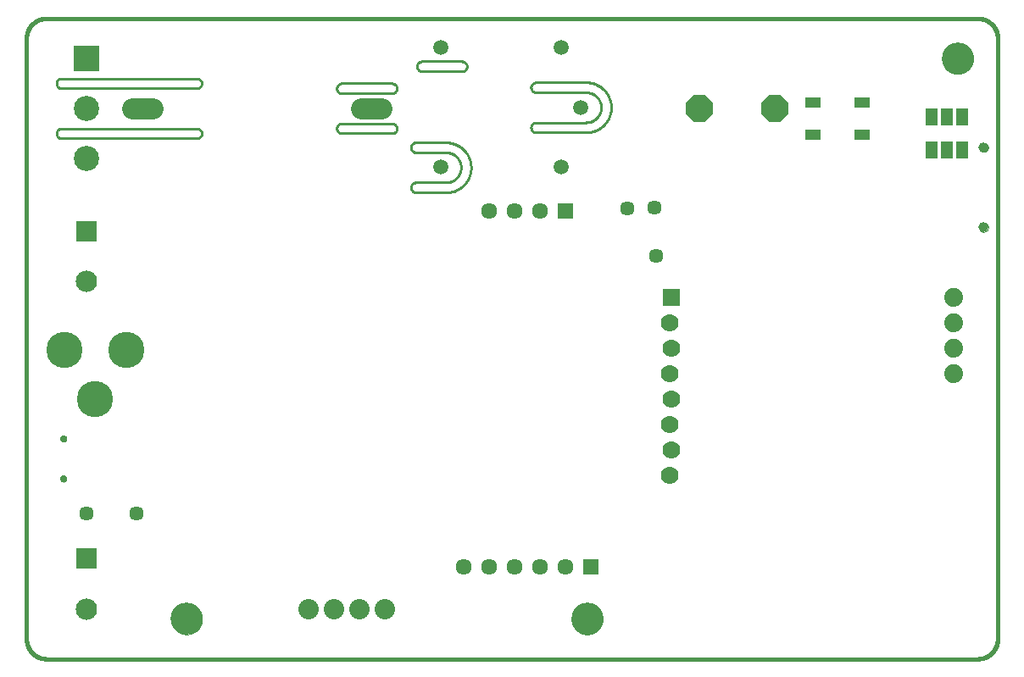
<source format=gbs>
G75*
%MOIN*%
%OFA0B0*%
%FSLAX25Y25*%
%IPPOS*%
%LPD*%
%AMOC8*
5,1,8,0,0,1.08239X$1,22.5*
%
%ADD10C,0.01600*%
%ADD11C,0.01000*%
%ADD12C,0.00000*%
%ADD13C,0.12605*%
%ADD14C,0.03900*%
%ADD15R,0.06306X0.04337*%
%ADD16C,0.02762*%
%ADD17C,0.08000*%
%ADD18OC8,0.10400*%
%ADD19C,0.07400*%
%ADD20R,0.06337X0.06337*%
%ADD21C,0.06337*%
%ADD22C,0.05943*%
%ADD23R,0.09900X0.09900*%
%ADD24C,0.09900*%
%ADD25C,0.08200*%
%ADD26C,0.14243*%
%ADD27R,0.07000X0.07000*%
%ADD28C,0.07000*%
%ADD29R,0.08400X0.08400*%
%ADD30C,0.08400*%
%ADD31R,0.05000X0.06700*%
%ADD32C,0.05715*%
D10*
X0016939Y0009674D02*
X0016939Y0245894D01*
X0016941Y0246084D01*
X0016948Y0246274D01*
X0016960Y0246464D01*
X0016976Y0246654D01*
X0016996Y0246843D01*
X0017022Y0247032D01*
X0017051Y0247220D01*
X0017086Y0247407D01*
X0017125Y0247593D01*
X0017168Y0247778D01*
X0017216Y0247963D01*
X0017268Y0248146D01*
X0017324Y0248327D01*
X0017385Y0248507D01*
X0017451Y0248686D01*
X0017520Y0248863D01*
X0017594Y0249039D01*
X0017672Y0249212D01*
X0017755Y0249384D01*
X0017841Y0249553D01*
X0017931Y0249721D01*
X0018026Y0249886D01*
X0018124Y0250049D01*
X0018227Y0250209D01*
X0018333Y0250367D01*
X0018443Y0250522D01*
X0018556Y0250675D01*
X0018674Y0250825D01*
X0018795Y0250971D01*
X0018919Y0251115D01*
X0019047Y0251256D01*
X0019178Y0251394D01*
X0019313Y0251529D01*
X0019451Y0251660D01*
X0019592Y0251788D01*
X0019736Y0251912D01*
X0019882Y0252033D01*
X0020032Y0252151D01*
X0020185Y0252264D01*
X0020340Y0252374D01*
X0020498Y0252480D01*
X0020658Y0252583D01*
X0020821Y0252681D01*
X0020986Y0252776D01*
X0021154Y0252866D01*
X0021323Y0252952D01*
X0021495Y0253035D01*
X0021668Y0253113D01*
X0021844Y0253187D01*
X0022021Y0253256D01*
X0022200Y0253322D01*
X0022380Y0253383D01*
X0022561Y0253439D01*
X0022744Y0253491D01*
X0022929Y0253539D01*
X0023114Y0253582D01*
X0023300Y0253621D01*
X0023487Y0253656D01*
X0023675Y0253685D01*
X0023864Y0253711D01*
X0024053Y0253731D01*
X0024243Y0253747D01*
X0024433Y0253759D01*
X0024623Y0253766D01*
X0024813Y0253768D01*
X0024813Y0253769D02*
X0390955Y0253769D01*
X0390955Y0253768D02*
X0391145Y0253766D01*
X0391335Y0253759D01*
X0391525Y0253747D01*
X0391715Y0253731D01*
X0391904Y0253711D01*
X0392093Y0253685D01*
X0392281Y0253656D01*
X0392468Y0253621D01*
X0392654Y0253582D01*
X0392839Y0253539D01*
X0393024Y0253491D01*
X0393207Y0253439D01*
X0393388Y0253383D01*
X0393568Y0253322D01*
X0393747Y0253256D01*
X0393924Y0253187D01*
X0394100Y0253113D01*
X0394273Y0253035D01*
X0394445Y0252952D01*
X0394614Y0252866D01*
X0394782Y0252776D01*
X0394947Y0252681D01*
X0395110Y0252583D01*
X0395270Y0252480D01*
X0395428Y0252374D01*
X0395583Y0252264D01*
X0395736Y0252151D01*
X0395886Y0252033D01*
X0396032Y0251912D01*
X0396176Y0251788D01*
X0396317Y0251660D01*
X0396455Y0251529D01*
X0396590Y0251394D01*
X0396721Y0251256D01*
X0396849Y0251115D01*
X0396973Y0250971D01*
X0397094Y0250825D01*
X0397212Y0250675D01*
X0397325Y0250522D01*
X0397435Y0250367D01*
X0397541Y0250209D01*
X0397644Y0250049D01*
X0397742Y0249886D01*
X0397837Y0249721D01*
X0397927Y0249553D01*
X0398013Y0249384D01*
X0398096Y0249212D01*
X0398174Y0249039D01*
X0398248Y0248863D01*
X0398317Y0248686D01*
X0398383Y0248507D01*
X0398444Y0248327D01*
X0398500Y0248146D01*
X0398552Y0247963D01*
X0398600Y0247778D01*
X0398643Y0247593D01*
X0398682Y0247407D01*
X0398717Y0247220D01*
X0398746Y0247032D01*
X0398772Y0246843D01*
X0398792Y0246654D01*
X0398808Y0246464D01*
X0398820Y0246274D01*
X0398827Y0246084D01*
X0398829Y0245894D01*
X0398829Y0009674D01*
X0398827Y0009484D01*
X0398820Y0009294D01*
X0398808Y0009104D01*
X0398792Y0008914D01*
X0398772Y0008725D01*
X0398746Y0008536D01*
X0398717Y0008348D01*
X0398682Y0008161D01*
X0398643Y0007975D01*
X0398600Y0007790D01*
X0398552Y0007605D01*
X0398500Y0007422D01*
X0398444Y0007241D01*
X0398383Y0007061D01*
X0398317Y0006882D01*
X0398248Y0006705D01*
X0398174Y0006529D01*
X0398096Y0006356D01*
X0398013Y0006184D01*
X0397927Y0006015D01*
X0397837Y0005847D01*
X0397742Y0005682D01*
X0397644Y0005519D01*
X0397541Y0005359D01*
X0397435Y0005201D01*
X0397325Y0005046D01*
X0397212Y0004893D01*
X0397094Y0004743D01*
X0396973Y0004597D01*
X0396849Y0004453D01*
X0396721Y0004312D01*
X0396590Y0004174D01*
X0396455Y0004039D01*
X0396317Y0003908D01*
X0396176Y0003780D01*
X0396032Y0003656D01*
X0395886Y0003535D01*
X0395736Y0003417D01*
X0395583Y0003304D01*
X0395428Y0003194D01*
X0395270Y0003088D01*
X0395110Y0002985D01*
X0394947Y0002887D01*
X0394782Y0002792D01*
X0394614Y0002702D01*
X0394445Y0002616D01*
X0394273Y0002533D01*
X0394100Y0002455D01*
X0393924Y0002381D01*
X0393747Y0002312D01*
X0393568Y0002246D01*
X0393388Y0002185D01*
X0393207Y0002129D01*
X0393024Y0002077D01*
X0392839Y0002029D01*
X0392654Y0001986D01*
X0392468Y0001947D01*
X0392281Y0001912D01*
X0392093Y0001883D01*
X0391904Y0001857D01*
X0391715Y0001837D01*
X0391525Y0001821D01*
X0391335Y0001809D01*
X0391145Y0001802D01*
X0390955Y0001800D01*
X0024813Y0001800D01*
X0024623Y0001802D01*
X0024433Y0001809D01*
X0024243Y0001821D01*
X0024053Y0001837D01*
X0023864Y0001857D01*
X0023675Y0001883D01*
X0023487Y0001912D01*
X0023300Y0001947D01*
X0023114Y0001986D01*
X0022929Y0002029D01*
X0022744Y0002077D01*
X0022561Y0002129D01*
X0022380Y0002185D01*
X0022200Y0002246D01*
X0022021Y0002312D01*
X0021844Y0002381D01*
X0021668Y0002455D01*
X0021495Y0002533D01*
X0021323Y0002616D01*
X0021154Y0002702D01*
X0020986Y0002792D01*
X0020821Y0002887D01*
X0020658Y0002985D01*
X0020498Y0003088D01*
X0020340Y0003194D01*
X0020185Y0003304D01*
X0020032Y0003417D01*
X0019882Y0003535D01*
X0019736Y0003656D01*
X0019592Y0003780D01*
X0019451Y0003908D01*
X0019313Y0004039D01*
X0019178Y0004174D01*
X0019047Y0004312D01*
X0018919Y0004453D01*
X0018795Y0004597D01*
X0018674Y0004743D01*
X0018556Y0004893D01*
X0018443Y0005046D01*
X0018333Y0005201D01*
X0018227Y0005359D01*
X0018124Y0005519D01*
X0018026Y0005682D01*
X0017931Y0005847D01*
X0017841Y0006015D01*
X0017755Y0006184D01*
X0017672Y0006356D01*
X0017594Y0006529D01*
X0017520Y0006705D01*
X0017451Y0006882D01*
X0017385Y0007061D01*
X0017324Y0007241D01*
X0017268Y0007422D01*
X0017216Y0007605D01*
X0017168Y0007790D01*
X0017125Y0007975D01*
X0017086Y0008161D01*
X0017051Y0008348D01*
X0017022Y0008536D01*
X0016996Y0008725D01*
X0016976Y0008914D01*
X0016960Y0009104D01*
X0016948Y0009294D01*
X0016941Y0009484D01*
X0016939Y0009674D01*
D11*
X0170089Y0185265D02*
X0181900Y0185265D01*
X0181900Y0189202D02*
X0170089Y0189202D01*
X0168120Y0187233D02*
X0168122Y0187147D01*
X0168127Y0187061D01*
X0168137Y0186976D01*
X0168150Y0186891D01*
X0168167Y0186807D01*
X0168187Y0186723D01*
X0168211Y0186641D01*
X0168239Y0186560D01*
X0168270Y0186479D01*
X0168304Y0186401D01*
X0168342Y0186324D01*
X0168384Y0186249D01*
X0168428Y0186175D01*
X0168476Y0186104D01*
X0168527Y0186034D01*
X0168581Y0185967D01*
X0168637Y0185903D01*
X0168697Y0185841D01*
X0168759Y0185781D01*
X0168823Y0185725D01*
X0168890Y0185671D01*
X0168960Y0185620D01*
X0169031Y0185572D01*
X0169105Y0185528D01*
X0169180Y0185486D01*
X0169257Y0185448D01*
X0169335Y0185414D01*
X0169416Y0185383D01*
X0169497Y0185355D01*
X0169579Y0185331D01*
X0169663Y0185311D01*
X0169747Y0185294D01*
X0169832Y0185281D01*
X0169917Y0185271D01*
X0170003Y0185266D01*
X0170089Y0185264D01*
X0168120Y0187233D02*
X0168122Y0187319D01*
X0168127Y0187405D01*
X0168137Y0187490D01*
X0168150Y0187575D01*
X0168167Y0187659D01*
X0168187Y0187743D01*
X0168211Y0187825D01*
X0168239Y0187906D01*
X0168270Y0187987D01*
X0168304Y0188065D01*
X0168342Y0188142D01*
X0168384Y0188218D01*
X0168428Y0188291D01*
X0168476Y0188362D01*
X0168527Y0188432D01*
X0168581Y0188499D01*
X0168637Y0188563D01*
X0168697Y0188625D01*
X0168759Y0188685D01*
X0168823Y0188741D01*
X0168890Y0188795D01*
X0168960Y0188846D01*
X0169031Y0188894D01*
X0169105Y0188938D01*
X0169180Y0188980D01*
X0169257Y0189018D01*
X0169335Y0189052D01*
X0169416Y0189083D01*
X0169497Y0189111D01*
X0169579Y0189135D01*
X0169663Y0189155D01*
X0169747Y0189172D01*
X0169832Y0189185D01*
X0169917Y0189195D01*
X0170003Y0189200D01*
X0170089Y0189202D01*
X0181900Y0204950D02*
X0182138Y0204947D01*
X0182376Y0204939D01*
X0182613Y0204924D01*
X0182850Y0204904D01*
X0183086Y0204878D01*
X0183322Y0204847D01*
X0183557Y0204810D01*
X0183791Y0204767D01*
X0184024Y0204718D01*
X0184256Y0204664D01*
X0184486Y0204604D01*
X0184715Y0204539D01*
X0184942Y0204468D01*
X0185167Y0204392D01*
X0185390Y0204310D01*
X0185612Y0204223D01*
X0185831Y0204131D01*
X0186048Y0204033D01*
X0186262Y0203931D01*
X0186474Y0203823D01*
X0186684Y0203709D01*
X0186890Y0203591D01*
X0187094Y0203468D01*
X0187294Y0203340D01*
X0187491Y0203208D01*
X0187686Y0203070D01*
X0187876Y0202928D01*
X0188064Y0202781D01*
X0188247Y0202630D01*
X0188427Y0202475D01*
X0188603Y0202315D01*
X0188775Y0202151D01*
X0188944Y0201982D01*
X0189108Y0201810D01*
X0189268Y0201634D01*
X0189423Y0201454D01*
X0189574Y0201271D01*
X0189721Y0201083D01*
X0189863Y0200893D01*
X0190001Y0200698D01*
X0190133Y0200501D01*
X0190261Y0200301D01*
X0190384Y0200097D01*
X0190502Y0199891D01*
X0190616Y0199681D01*
X0190724Y0199469D01*
X0190826Y0199255D01*
X0190924Y0199038D01*
X0191016Y0198819D01*
X0191103Y0198597D01*
X0191185Y0198374D01*
X0191261Y0198149D01*
X0191332Y0197922D01*
X0191397Y0197693D01*
X0191457Y0197463D01*
X0191511Y0197231D01*
X0191560Y0196998D01*
X0191603Y0196764D01*
X0191640Y0196529D01*
X0191671Y0196293D01*
X0191697Y0196057D01*
X0191717Y0195820D01*
X0191732Y0195583D01*
X0191740Y0195345D01*
X0191743Y0195107D01*
X0191740Y0194869D01*
X0191732Y0194631D01*
X0191717Y0194394D01*
X0191697Y0194157D01*
X0191671Y0193921D01*
X0191640Y0193685D01*
X0191603Y0193450D01*
X0191560Y0193216D01*
X0191511Y0192983D01*
X0191457Y0192751D01*
X0191397Y0192521D01*
X0191332Y0192292D01*
X0191261Y0192065D01*
X0191185Y0191840D01*
X0191103Y0191617D01*
X0191016Y0191395D01*
X0190924Y0191176D01*
X0190826Y0190959D01*
X0190724Y0190745D01*
X0190616Y0190533D01*
X0190502Y0190323D01*
X0190384Y0190117D01*
X0190261Y0189913D01*
X0190133Y0189713D01*
X0190001Y0189516D01*
X0189863Y0189321D01*
X0189721Y0189131D01*
X0189574Y0188943D01*
X0189423Y0188760D01*
X0189268Y0188580D01*
X0189108Y0188404D01*
X0188944Y0188232D01*
X0188775Y0188063D01*
X0188603Y0187899D01*
X0188427Y0187739D01*
X0188247Y0187584D01*
X0188064Y0187433D01*
X0187876Y0187286D01*
X0187686Y0187144D01*
X0187491Y0187006D01*
X0187294Y0186874D01*
X0187094Y0186746D01*
X0186890Y0186623D01*
X0186684Y0186505D01*
X0186474Y0186391D01*
X0186262Y0186283D01*
X0186048Y0186181D01*
X0185831Y0186083D01*
X0185612Y0185991D01*
X0185390Y0185904D01*
X0185167Y0185822D01*
X0184942Y0185746D01*
X0184715Y0185675D01*
X0184486Y0185610D01*
X0184256Y0185550D01*
X0184024Y0185496D01*
X0183791Y0185447D01*
X0183557Y0185404D01*
X0183322Y0185367D01*
X0183086Y0185336D01*
X0182850Y0185310D01*
X0182613Y0185290D01*
X0182376Y0185275D01*
X0182138Y0185267D01*
X0181900Y0185264D01*
X0181900Y0189201D02*
X0182052Y0189203D01*
X0182204Y0189209D01*
X0182356Y0189219D01*
X0182507Y0189232D01*
X0182658Y0189250D01*
X0182809Y0189271D01*
X0182959Y0189297D01*
X0183108Y0189326D01*
X0183257Y0189359D01*
X0183404Y0189396D01*
X0183551Y0189436D01*
X0183696Y0189481D01*
X0183840Y0189529D01*
X0183983Y0189581D01*
X0184125Y0189636D01*
X0184265Y0189695D01*
X0184404Y0189758D01*
X0184541Y0189824D01*
X0184676Y0189894D01*
X0184809Y0189967D01*
X0184940Y0190044D01*
X0185070Y0190124D01*
X0185197Y0190207D01*
X0185322Y0190293D01*
X0185445Y0190383D01*
X0185565Y0190476D01*
X0185683Y0190572D01*
X0185799Y0190671D01*
X0185912Y0190773D01*
X0186022Y0190877D01*
X0186130Y0190985D01*
X0186234Y0191095D01*
X0186336Y0191208D01*
X0186435Y0191324D01*
X0186531Y0191442D01*
X0186624Y0191562D01*
X0186714Y0191685D01*
X0186800Y0191810D01*
X0186883Y0191937D01*
X0186963Y0192067D01*
X0187040Y0192198D01*
X0187113Y0192331D01*
X0187183Y0192466D01*
X0187249Y0192603D01*
X0187312Y0192742D01*
X0187371Y0192882D01*
X0187426Y0193024D01*
X0187478Y0193167D01*
X0187526Y0193311D01*
X0187571Y0193456D01*
X0187611Y0193603D01*
X0187648Y0193750D01*
X0187681Y0193899D01*
X0187710Y0194048D01*
X0187736Y0194198D01*
X0187757Y0194349D01*
X0187775Y0194500D01*
X0187788Y0194651D01*
X0187798Y0194803D01*
X0187804Y0194955D01*
X0187806Y0195107D01*
X0187804Y0195259D01*
X0187798Y0195411D01*
X0187788Y0195563D01*
X0187775Y0195714D01*
X0187757Y0195865D01*
X0187736Y0196016D01*
X0187710Y0196166D01*
X0187681Y0196315D01*
X0187648Y0196464D01*
X0187611Y0196611D01*
X0187571Y0196758D01*
X0187526Y0196903D01*
X0187478Y0197047D01*
X0187426Y0197190D01*
X0187371Y0197332D01*
X0187312Y0197472D01*
X0187249Y0197611D01*
X0187183Y0197748D01*
X0187113Y0197883D01*
X0187040Y0198016D01*
X0186963Y0198147D01*
X0186883Y0198277D01*
X0186800Y0198404D01*
X0186714Y0198529D01*
X0186624Y0198652D01*
X0186531Y0198772D01*
X0186435Y0198890D01*
X0186336Y0199006D01*
X0186234Y0199119D01*
X0186130Y0199229D01*
X0186022Y0199337D01*
X0185912Y0199441D01*
X0185799Y0199543D01*
X0185683Y0199642D01*
X0185565Y0199738D01*
X0185445Y0199831D01*
X0185322Y0199921D01*
X0185197Y0200007D01*
X0185070Y0200090D01*
X0184940Y0200170D01*
X0184809Y0200247D01*
X0184676Y0200320D01*
X0184541Y0200390D01*
X0184404Y0200456D01*
X0184265Y0200519D01*
X0184125Y0200578D01*
X0183983Y0200633D01*
X0183840Y0200685D01*
X0183696Y0200733D01*
X0183551Y0200778D01*
X0183404Y0200818D01*
X0183257Y0200855D01*
X0183108Y0200888D01*
X0182959Y0200917D01*
X0182809Y0200943D01*
X0182658Y0200964D01*
X0182507Y0200982D01*
X0182356Y0200995D01*
X0182204Y0201005D01*
X0182052Y0201011D01*
X0181900Y0201013D01*
X0170089Y0201013D01*
X0168120Y0202981D02*
X0168122Y0203067D01*
X0168127Y0203153D01*
X0168137Y0203238D01*
X0168150Y0203323D01*
X0168167Y0203407D01*
X0168187Y0203491D01*
X0168211Y0203573D01*
X0168239Y0203654D01*
X0168270Y0203735D01*
X0168304Y0203813D01*
X0168342Y0203890D01*
X0168384Y0203966D01*
X0168428Y0204039D01*
X0168476Y0204110D01*
X0168527Y0204180D01*
X0168581Y0204247D01*
X0168637Y0204311D01*
X0168697Y0204373D01*
X0168759Y0204433D01*
X0168823Y0204489D01*
X0168890Y0204543D01*
X0168960Y0204594D01*
X0169031Y0204642D01*
X0169105Y0204686D01*
X0169180Y0204728D01*
X0169257Y0204766D01*
X0169335Y0204800D01*
X0169416Y0204831D01*
X0169497Y0204859D01*
X0169579Y0204883D01*
X0169663Y0204903D01*
X0169747Y0204920D01*
X0169832Y0204933D01*
X0169917Y0204943D01*
X0170003Y0204948D01*
X0170089Y0204950D01*
X0181900Y0204950D01*
X0170089Y0201012D02*
X0170003Y0201014D01*
X0169917Y0201019D01*
X0169832Y0201029D01*
X0169747Y0201042D01*
X0169663Y0201059D01*
X0169579Y0201079D01*
X0169497Y0201103D01*
X0169416Y0201131D01*
X0169335Y0201162D01*
X0169257Y0201196D01*
X0169180Y0201234D01*
X0169105Y0201276D01*
X0169031Y0201320D01*
X0168960Y0201368D01*
X0168890Y0201419D01*
X0168823Y0201473D01*
X0168759Y0201529D01*
X0168697Y0201589D01*
X0168637Y0201651D01*
X0168581Y0201715D01*
X0168527Y0201782D01*
X0168476Y0201852D01*
X0168428Y0201923D01*
X0168384Y0201997D01*
X0168342Y0202072D01*
X0168304Y0202149D01*
X0168270Y0202227D01*
X0168239Y0202308D01*
X0168211Y0202389D01*
X0168187Y0202471D01*
X0168167Y0202555D01*
X0168150Y0202639D01*
X0168137Y0202724D01*
X0168127Y0202809D01*
X0168122Y0202895D01*
X0168120Y0202981D01*
X0160640Y0208493D02*
X0140955Y0208493D01*
X0138986Y0210461D02*
X0138988Y0210547D01*
X0138993Y0210633D01*
X0139003Y0210718D01*
X0139016Y0210803D01*
X0139033Y0210887D01*
X0139053Y0210971D01*
X0139077Y0211053D01*
X0139105Y0211134D01*
X0139136Y0211215D01*
X0139170Y0211293D01*
X0139208Y0211370D01*
X0139250Y0211446D01*
X0139294Y0211519D01*
X0139342Y0211590D01*
X0139393Y0211660D01*
X0139447Y0211727D01*
X0139503Y0211791D01*
X0139563Y0211853D01*
X0139625Y0211913D01*
X0139689Y0211969D01*
X0139756Y0212023D01*
X0139826Y0212074D01*
X0139897Y0212122D01*
X0139971Y0212166D01*
X0140046Y0212208D01*
X0140123Y0212246D01*
X0140201Y0212280D01*
X0140282Y0212311D01*
X0140363Y0212339D01*
X0140445Y0212363D01*
X0140529Y0212383D01*
X0140613Y0212400D01*
X0140698Y0212413D01*
X0140783Y0212423D01*
X0140869Y0212428D01*
X0140955Y0212430D01*
X0160640Y0212430D01*
X0160726Y0212428D01*
X0160812Y0212423D01*
X0160897Y0212413D01*
X0160982Y0212400D01*
X0161066Y0212383D01*
X0161150Y0212363D01*
X0161232Y0212339D01*
X0161313Y0212311D01*
X0161394Y0212280D01*
X0161472Y0212246D01*
X0161549Y0212208D01*
X0161625Y0212166D01*
X0161698Y0212122D01*
X0161769Y0212074D01*
X0161839Y0212023D01*
X0161906Y0211969D01*
X0161970Y0211913D01*
X0162032Y0211853D01*
X0162092Y0211791D01*
X0162148Y0211727D01*
X0162202Y0211660D01*
X0162253Y0211590D01*
X0162301Y0211519D01*
X0162345Y0211446D01*
X0162387Y0211370D01*
X0162425Y0211293D01*
X0162459Y0211215D01*
X0162490Y0211134D01*
X0162518Y0211053D01*
X0162542Y0210971D01*
X0162562Y0210887D01*
X0162579Y0210803D01*
X0162592Y0210718D01*
X0162602Y0210633D01*
X0162607Y0210547D01*
X0162609Y0210461D01*
X0162607Y0210375D01*
X0162602Y0210289D01*
X0162592Y0210204D01*
X0162579Y0210119D01*
X0162562Y0210035D01*
X0162542Y0209951D01*
X0162518Y0209869D01*
X0162490Y0209788D01*
X0162459Y0209707D01*
X0162425Y0209629D01*
X0162387Y0209552D01*
X0162345Y0209477D01*
X0162301Y0209403D01*
X0162253Y0209332D01*
X0162202Y0209262D01*
X0162148Y0209195D01*
X0162092Y0209131D01*
X0162032Y0209069D01*
X0161970Y0209009D01*
X0161906Y0208953D01*
X0161839Y0208899D01*
X0161769Y0208848D01*
X0161698Y0208800D01*
X0161625Y0208756D01*
X0161549Y0208714D01*
X0161472Y0208676D01*
X0161394Y0208642D01*
X0161313Y0208611D01*
X0161232Y0208583D01*
X0161150Y0208559D01*
X0161066Y0208539D01*
X0160982Y0208522D01*
X0160897Y0208509D01*
X0160812Y0208499D01*
X0160726Y0208494D01*
X0160640Y0208492D01*
X0140955Y0208492D02*
X0140869Y0208494D01*
X0140783Y0208499D01*
X0140698Y0208509D01*
X0140613Y0208522D01*
X0140529Y0208539D01*
X0140445Y0208559D01*
X0140363Y0208583D01*
X0140282Y0208611D01*
X0140201Y0208642D01*
X0140123Y0208676D01*
X0140046Y0208714D01*
X0139971Y0208756D01*
X0139897Y0208800D01*
X0139826Y0208848D01*
X0139756Y0208899D01*
X0139689Y0208953D01*
X0139625Y0209009D01*
X0139563Y0209069D01*
X0139503Y0209131D01*
X0139447Y0209195D01*
X0139393Y0209262D01*
X0139342Y0209332D01*
X0139294Y0209403D01*
X0139250Y0209477D01*
X0139208Y0209552D01*
X0139170Y0209629D01*
X0139136Y0209707D01*
X0139105Y0209788D01*
X0139077Y0209869D01*
X0139053Y0209951D01*
X0139033Y0210035D01*
X0139016Y0210119D01*
X0139003Y0210204D01*
X0138993Y0210289D01*
X0138988Y0210375D01*
X0138986Y0210461D01*
X0140955Y0224241D02*
X0160640Y0224241D01*
X0162609Y0226209D02*
X0162607Y0226295D01*
X0162602Y0226381D01*
X0162592Y0226466D01*
X0162579Y0226551D01*
X0162562Y0226635D01*
X0162542Y0226719D01*
X0162518Y0226801D01*
X0162490Y0226882D01*
X0162459Y0226963D01*
X0162425Y0227041D01*
X0162387Y0227118D01*
X0162345Y0227194D01*
X0162301Y0227267D01*
X0162253Y0227338D01*
X0162202Y0227408D01*
X0162148Y0227475D01*
X0162092Y0227539D01*
X0162032Y0227601D01*
X0161970Y0227661D01*
X0161906Y0227717D01*
X0161839Y0227771D01*
X0161769Y0227822D01*
X0161698Y0227870D01*
X0161625Y0227914D01*
X0161549Y0227956D01*
X0161472Y0227994D01*
X0161394Y0228028D01*
X0161313Y0228059D01*
X0161232Y0228087D01*
X0161150Y0228111D01*
X0161066Y0228131D01*
X0160982Y0228148D01*
X0160897Y0228161D01*
X0160812Y0228171D01*
X0160726Y0228176D01*
X0160640Y0228178D01*
X0140955Y0228178D01*
X0140869Y0228176D01*
X0140783Y0228171D01*
X0140698Y0228161D01*
X0140613Y0228148D01*
X0140529Y0228131D01*
X0140445Y0228111D01*
X0140363Y0228087D01*
X0140282Y0228059D01*
X0140201Y0228028D01*
X0140123Y0227994D01*
X0140046Y0227956D01*
X0139971Y0227914D01*
X0139897Y0227870D01*
X0139826Y0227822D01*
X0139756Y0227771D01*
X0139689Y0227717D01*
X0139625Y0227661D01*
X0139563Y0227601D01*
X0139503Y0227539D01*
X0139447Y0227475D01*
X0139393Y0227408D01*
X0139342Y0227338D01*
X0139294Y0227267D01*
X0139250Y0227194D01*
X0139208Y0227118D01*
X0139170Y0227041D01*
X0139136Y0226963D01*
X0139105Y0226882D01*
X0139077Y0226801D01*
X0139053Y0226719D01*
X0139033Y0226635D01*
X0139016Y0226551D01*
X0139003Y0226466D01*
X0138993Y0226381D01*
X0138988Y0226295D01*
X0138986Y0226209D01*
X0138988Y0226123D01*
X0138993Y0226037D01*
X0139003Y0225952D01*
X0139016Y0225867D01*
X0139033Y0225783D01*
X0139053Y0225699D01*
X0139077Y0225617D01*
X0139105Y0225536D01*
X0139136Y0225455D01*
X0139170Y0225377D01*
X0139208Y0225300D01*
X0139250Y0225225D01*
X0139294Y0225151D01*
X0139342Y0225080D01*
X0139393Y0225010D01*
X0139447Y0224943D01*
X0139503Y0224879D01*
X0139563Y0224817D01*
X0139625Y0224757D01*
X0139689Y0224701D01*
X0139756Y0224647D01*
X0139826Y0224596D01*
X0139897Y0224548D01*
X0139971Y0224504D01*
X0140046Y0224462D01*
X0140123Y0224424D01*
X0140201Y0224390D01*
X0140282Y0224359D01*
X0140363Y0224331D01*
X0140445Y0224307D01*
X0140529Y0224287D01*
X0140613Y0224270D01*
X0140698Y0224257D01*
X0140783Y0224247D01*
X0140869Y0224242D01*
X0140955Y0224240D01*
X0160640Y0224240D02*
X0160726Y0224242D01*
X0160812Y0224247D01*
X0160897Y0224257D01*
X0160982Y0224270D01*
X0161066Y0224287D01*
X0161150Y0224307D01*
X0161232Y0224331D01*
X0161313Y0224359D01*
X0161394Y0224390D01*
X0161472Y0224424D01*
X0161549Y0224462D01*
X0161625Y0224504D01*
X0161698Y0224548D01*
X0161769Y0224596D01*
X0161839Y0224647D01*
X0161906Y0224701D01*
X0161970Y0224757D01*
X0162032Y0224817D01*
X0162092Y0224879D01*
X0162148Y0224943D01*
X0162202Y0225010D01*
X0162253Y0225080D01*
X0162301Y0225151D01*
X0162345Y0225225D01*
X0162387Y0225300D01*
X0162425Y0225377D01*
X0162459Y0225455D01*
X0162490Y0225536D01*
X0162518Y0225617D01*
X0162542Y0225699D01*
X0162562Y0225783D01*
X0162579Y0225867D01*
X0162592Y0225952D01*
X0162602Y0226037D01*
X0162607Y0226123D01*
X0162609Y0226209D01*
X0172451Y0232902D02*
X0188199Y0232902D01*
X0190168Y0234871D02*
X0190166Y0234957D01*
X0190161Y0235043D01*
X0190151Y0235128D01*
X0190138Y0235213D01*
X0190121Y0235297D01*
X0190101Y0235381D01*
X0190077Y0235463D01*
X0190049Y0235544D01*
X0190018Y0235625D01*
X0189984Y0235703D01*
X0189946Y0235780D01*
X0189904Y0235856D01*
X0189860Y0235929D01*
X0189812Y0236000D01*
X0189761Y0236070D01*
X0189707Y0236137D01*
X0189651Y0236201D01*
X0189591Y0236263D01*
X0189529Y0236323D01*
X0189465Y0236379D01*
X0189398Y0236433D01*
X0189328Y0236484D01*
X0189257Y0236532D01*
X0189184Y0236576D01*
X0189108Y0236618D01*
X0189031Y0236656D01*
X0188953Y0236690D01*
X0188872Y0236721D01*
X0188791Y0236749D01*
X0188709Y0236773D01*
X0188625Y0236793D01*
X0188541Y0236810D01*
X0188456Y0236823D01*
X0188371Y0236833D01*
X0188285Y0236838D01*
X0188199Y0236840D01*
X0188199Y0236839D02*
X0172451Y0236839D01*
X0172451Y0236840D02*
X0172365Y0236838D01*
X0172279Y0236833D01*
X0172194Y0236823D01*
X0172109Y0236810D01*
X0172025Y0236793D01*
X0171941Y0236773D01*
X0171859Y0236749D01*
X0171778Y0236721D01*
X0171697Y0236690D01*
X0171619Y0236656D01*
X0171542Y0236618D01*
X0171467Y0236576D01*
X0171393Y0236532D01*
X0171322Y0236484D01*
X0171252Y0236433D01*
X0171185Y0236379D01*
X0171121Y0236323D01*
X0171059Y0236263D01*
X0170999Y0236201D01*
X0170943Y0236137D01*
X0170889Y0236070D01*
X0170838Y0236000D01*
X0170790Y0235929D01*
X0170746Y0235856D01*
X0170704Y0235780D01*
X0170666Y0235703D01*
X0170632Y0235625D01*
X0170601Y0235544D01*
X0170573Y0235463D01*
X0170549Y0235381D01*
X0170529Y0235297D01*
X0170512Y0235213D01*
X0170499Y0235128D01*
X0170489Y0235043D01*
X0170484Y0234957D01*
X0170482Y0234871D01*
X0170484Y0234785D01*
X0170489Y0234699D01*
X0170499Y0234614D01*
X0170512Y0234529D01*
X0170529Y0234445D01*
X0170549Y0234361D01*
X0170573Y0234279D01*
X0170601Y0234198D01*
X0170632Y0234117D01*
X0170666Y0234039D01*
X0170704Y0233962D01*
X0170746Y0233887D01*
X0170790Y0233813D01*
X0170838Y0233742D01*
X0170889Y0233672D01*
X0170943Y0233605D01*
X0170999Y0233541D01*
X0171059Y0233479D01*
X0171121Y0233419D01*
X0171185Y0233363D01*
X0171252Y0233309D01*
X0171322Y0233258D01*
X0171393Y0233210D01*
X0171467Y0233166D01*
X0171542Y0233124D01*
X0171619Y0233086D01*
X0171697Y0233052D01*
X0171778Y0233021D01*
X0171859Y0232993D01*
X0171941Y0232969D01*
X0172025Y0232949D01*
X0172109Y0232932D01*
X0172194Y0232919D01*
X0172279Y0232909D01*
X0172365Y0232904D01*
X0172451Y0232902D01*
X0188199Y0232902D02*
X0188285Y0232904D01*
X0188371Y0232909D01*
X0188456Y0232919D01*
X0188541Y0232932D01*
X0188625Y0232949D01*
X0188709Y0232969D01*
X0188791Y0232993D01*
X0188872Y0233021D01*
X0188953Y0233052D01*
X0189031Y0233086D01*
X0189108Y0233124D01*
X0189184Y0233166D01*
X0189257Y0233210D01*
X0189328Y0233258D01*
X0189398Y0233309D01*
X0189465Y0233363D01*
X0189529Y0233419D01*
X0189591Y0233479D01*
X0189651Y0233541D01*
X0189707Y0233605D01*
X0189761Y0233672D01*
X0189812Y0233742D01*
X0189860Y0233813D01*
X0189904Y0233887D01*
X0189946Y0233962D01*
X0189984Y0234039D01*
X0190018Y0234117D01*
X0190049Y0234198D01*
X0190077Y0234279D01*
X0190101Y0234361D01*
X0190121Y0234445D01*
X0190138Y0234529D01*
X0190151Y0234614D01*
X0190161Y0234699D01*
X0190166Y0234785D01*
X0190168Y0234871D01*
X0217333Y0228572D02*
X0237018Y0228572D01*
X0237018Y0224635D02*
X0217333Y0224635D01*
X0215364Y0226603D02*
X0215366Y0226689D01*
X0215371Y0226775D01*
X0215381Y0226860D01*
X0215394Y0226945D01*
X0215411Y0227029D01*
X0215431Y0227113D01*
X0215455Y0227195D01*
X0215483Y0227276D01*
X0215514Y0227357D01*
X0215548Y0227435D01*
X0215586Y0227512D01*
X0215628Y0227588D01*
X0215672Y0227661D01*
X0215720Y0227732D01*
X0215771Y0227802D01*
X0215825Y0227869D01*
X0215881Y0227933D01*
X0215941Y0227995D01*
X0216003Y0228055D01*
X0216067Y0228111D01*
X0216134Y0228165D01*
X0216204Y0228216D01*
X0216275Y0228264D01*
X0216349Y0228308D01*
X0216424Y0228350D01*
X0216501Y0228388D01*
X0216579Y0228422D01*
X0216660Y0228453D01*
X0216741Y0228481D01*
X0216823Y0228505D01*
X0216907Y0228525D01*
X0216991Y0228542D01*
X0217076Y0228555D01*
X0217161Y0228565D01*
X0217247Y0228570D01*
X0217333Y0228572D01*
X0215364Y0226603D02*
X0215366Y0226517D01*
X0215371Y0226431D01*
X0215381Y0226346D01*
X0215394Y0226261D01*
X0215411Y0226177D01*
X0215431Y0226093D01*
X0215455Y0226011D01*
X0215483Y0225930D01*
X0215514Y0225849D01*
X0215548Y0225771D01*
X0215586Y0225694D01*
X0215628Y0225619D01*
X0215672Y0225545D01*
X0215720Y0225474D01*
X0215771Y0225404D01*
X0215825Y0225337D01*
X0215881Y0225273D01*
X0215941Y0225211D01*
X0216003Y0225151D01*
X0216067Y0225095D01*
X0216134Y0225041D01*
X0216204Y0224990D01*
X0216275Y0224942D01*
X0216349Y0224898D01*
X0216424Y0224856D01*
X0216501Y0224818D01*
X0216579Y0224784D01*
X0216660Y0224753D01*
X0216741Y0224725D01*
X0216823Y0224701D01*
X0216907Y0224681D01*
X0216991Y0224664D01*
X0217076Y0224651D01*
X0217161Y0224641D01*
X0217247Y0224636D01*
X0217333Y0224634D01*
X0217333Y0212824D02*
X0237018Y0212824D01*
X0237018Y0208887D02*
X0217333Y0208887D01*
X0217333Y0208886D02*
X0217247Y0208888D01*
X0217161Y0208893D01*
X0217076Y0208903D01*
X0216991Y0208916D01*
X0216907Y0208933D01*
X0216823Y0208953D01*
X0216741Y0208977D01*
X0216660Y0209005D01*
X0216579Y0209036D01*
X0216501Y0209070D01*
X0216424Y0209108D01*
X0216349Y0209150D01*
X0216275Y0209194D01*
X0216204Y0209242D01*
X0216134Y0209293D01*
X0216067Y0209347D01*
X0216003Y0209403D01*
X0215941Y0209463D01*
X0215881Y0209525D01*
X0215825Y0209589D01*
X0215771Y0209656D01*
X0215720Y0209726D01*
X0215672Y0209797D01*
X0215628Y0209871D01*
X0215586Y0209946D01*
X0215548Y0210023D01*
X0215514Y0210101D01*
X0215483Y0210182D01*
X0215455Y0210263D01*
X0215431Y0210345D01*
X0215411Y0210429D01*
X0215394Y0210513D01*
X0215381Y0210598D01*
X0215371Y0210683D01*
X0215366Y0210769D01*
X0215364Y0210855D01*
X0215366Y0210941D01*
X0215371Y0211027D01*
X0215381Y0211112D01*
X0215394Y0211197D01*
X0215411Y0211281D01*
X0215431Y0211365D01*
X0215455Y0211447D01*
X0215483Y0211528D01*
X0215514Y0211609D01*
X0215548Y0211687D01*
X0215586Y0211764D01*
X0215628Y0211840D01*
X0215672Y0211913D01*
X0215720Y0211984D01*
X0215771Y0212054D01*
X0215825Y0212121D01*
X0215881Y0212185D01*
X0215941Y0212247D01*
X0216003Y0212307D01*
X0216067Y0212363D01*
X0216134Y0212417D01*
X0216204Y0212468D01*
X0216275Y0212516D01*
X0216349Y0212560D01*
X0216424Y0212602D01*
X0216501Y0212640D01*
X0216579Y0212674D01*
X0216660Y0212705D01*
X0216741Y0212733D01*
X0216823Y0212757D01*
X0216907Y0212777D01*
X0216991Y0212794D01*
X0217076Y0212807D01*
X0217161Y0212817D01*
X0217247Y0212822D01*
X0217333Y0212824D01*
X0237018Y0228572D02*
X0237256Y0228569D01*
X0237494Y0228561D01*
X0237731Y0228546D01*
X0237968Y0228526D01*
X0238204Y0228500D01*
X0238440Y0228469D01*
X0238675Y0228432D01*
X0238909Y0228389D01*
X0239142Y0228340D01*
X0239374Y0228286D01*
X0239604Y0228226D01*
X0239833Y0228161D01*
X0240060Y0228090D01*
X0240285Y0228014D01*
X0240508Y0227932D01*
X0240730Y0227845D01*
X0240949Y0227753D01*
X0241166Y0227655D01*
X0241380Y0227553D01*
X0241592Y0227445D01*
X0241802Y0227331D01*
X0242008Y0227213D01*
X0242212Y0227090D01*
X0242412Y0226962D01*
X0242609Y0226830D01*
X0242804Y0226692D01*
X0242994Y0226550D01*
X0243182Y0226403D01*
X0243365Y0226252D01*
X0243545Y0226097D01*
X0243721Y0225937D01*
X0243893Y0225773D01*
X0244062Y0225604D01*
X0244226Y0225432D01*
X0244386Y0225256D01*
X0244541Y0225076D01*
X0244692Y0224893D01*
X0244839Y0224705D01*
X0244981Y0224515D01*
X0245119Y0224320D01*
X0245251Y0224123D01*
X0245379Y0223923D01*
X0245502Y0223719D01*
X0245620Y0223513D01*
X0245734Y0223303D01*
X0245842Y0223091D01*
X0245944Y0222877D01*
X0246042Y0222660D01*
X0246134Y0222441D01*
X0246221Y0222219D01*
X0246303Y0221996D01*
X0246379Y0221771D01*
X0246450Y0221544D01*
X0246515Y0221315D01*
X0246575Y0221085D01*
X0246629Y0220853D01*
X0246678Y0220620D01*
X0246721Y0220386D01*
X0246758Y0220151D01*
X0246789Y0219915D01*
X0246815Y0219679D01*
X0246835Y0219442D01*
X0246850Y0219205D01*
X0246858Y0218967D01*
X0246861Y0218729D01*
X0246858Y0218491D01*
X0246850Y0218253D01*
X0246835Y0218016D01*
X0246815Y0217779D01*
X0246789Y0217543D01*
X0246758Y0217307D01*
X0246721Y0217072D01*
X0246678Y0216838D01*
X0246629Y0216605D01*
X0246575Y0216373D01*
X0246515Y0216143D01*
X0246450Y0215914D01*
X0246379Y0215687D01*
X0246303Y0215462D01*
X0246221Y0215239D01*
X0246134Y0215017D01*
X0246042Y0214798D01*
X0245944Y0214581D01*
X0245842Y0214367D01*
X0245734Y0214155D01*
X0245620Y0213945D01*
X0245502Y0213739D01*
X0245379Y0213535D01*
X0245251Y0213335D01*
X0245119Y0213138D01*
X0244981Y0212943D01*
X0244839Y0212753D01*
X0244692Y0212565D01*
X0244541Y0212382D01*
X0244386Y0212202D01*
X0244226Y0212026D01*
X0244062Y0211854D01*
X0243893Y0211685D01*
X0243721Y0211521D01*
X0243545Y0211361D01*
X0243365Y0211206D01*
X0243182Y0211055D01*
X0242994Y0210908D01*
X0242804Y0210766D01*
X0242609Y0210628D01*
X0242412Y0210496D01*
X0242212Y0210368D01*
X0242008Y0210245D01*
X0241802Y0210127D01*
X0241592Y0210013D01*
X0241380Y0209905D01*
X0241166Y0209803D01*
X0240949Y0209705D01*
X0240730Y0209613D01*
X0240508Y0209526D01*
X0240285Y0209444D01*
X0240060Y0209368D01*
X0239833Y0209297D01*
X0239604Y0209232D01*
X0239374Y0209172D01*
X0239142Y0209118D01*
X0238909Y0209069D01*
X0238675Y0209026D01*
X0238440Y0208989D01*
X0238204Y0208958D01*
X0237968Y0208932D01*
X0237731Y0208912D01*
X0237494Y0208897D01*
X0237256Y0208889D01*
X0237018Y0208886D01*
X0237018Y0212823D02*
X0237170Y0212825D01*
X0237322Y0212831D01*
X0237474Y0212841D01*
X0237625Y0212854D01*
X0237776Y0212872D01*
X0237927Y0212893D01*
X0238077Y0212919D01*
X0238226Y0212948D01*
X0238375Y0212981D01*
X0238522Y0213018D01*
X0238669Y0213058D01*
X0238814Y0213103D01*
X0238958Y0213151D01*
X0239101Y0213203D01*
X0239243Y0213258D01*
X0239383Y0213317D01*
X0239522Y0213380D01*
X0239659Y0213446D01*
X0239794Y0213516D01*
X0239927Y0213589D01*
X0240058Y0213666D01*
X0240188Y0213746D01*
X0240315Y0213829D01*
X0240440Y0213915D01*
X0240563Y0214005D01*
X0240683Y0214098D01*
X0240801Y0214194D01*
X0240917Y0214293D01*
X0241030Y0214395D01*
X0241140Y0214499D01*
X0241248Y0214607D01*
X0241352Y0214717D01*
X0241454Y0214830D01*
X0241553Y0214946D01*
X0241649Y0215064D01*
X0241742Y0215184D01*
X0241832Y0215307D01*
X0241918Y0215432D01*
X0242001Y0215559D01*
X0242081Y0215689D01*
X0242158Y0215820D01*
X0242231Y0215953D01*
X0242301Y0216088D01*
X0242367Y0216225D01*
X0242430Y0216364D01*
X0242489Y0216504D01*
X0242544Y0216646D01*
X0242596Y0216789D01*
X0242644Y0216933D01*
X0242689Y0217078D01*
X0242729Y0217225D01*
X0242766Y0217372D01*
X0242799Y0217521D01*
X0242828Y0217670D01*
X0242854Y0217820D01*
X0242875Y0217971D01*
X0242893Y0218122D01*
X0242906Y0218273D01*
X0242916Y0218425D01*
X0242922Y0218577D01*
X0242924Y0218729D01*
X0242922Y0218881D01*
X0242916Y0219033D01*
X0242906Y0219185D01*
X0242893Y0219336D01*
X0242875Y0219487D01*
X0242854Y0219638D01*
X0242828Y0219788D01*
X0242799Y0219937D01*
X0242766Y0220086D01*
X0242729Y0220233D01*
X0242689Y0220380D01*
X0242644Y0220525D01*
X0242596Y0220669D01*
X0242544Y0220812D01*
X0242489Y0220954D01*
X0242430Y0221094D01*
X0242367Y0221233D01*
X0242301Y0221370D01*
X0242231Y0221505D01*
X0242158Y0221638D01*
X0242081Y0221769D01*
X0242001Y0221899D01*
X0241918Y0222026D01*
X0241832Y0222151D01*
X0241742Y0222274D01*
X0241649Y0222394D01*
X0241553Y0222512D01*
X0241454Y0222628D01*
X0241352Y0222741D01*
X0241248Y0222851D01*
X0241140Y0222959D01*
X0241030Y0223063D01*
X0240917Y0223165D01*
X0240801Y0223264D01*
X0240683Y0223360D01*
X0240563Y0223453D01*
X0240440Y0223543D01*
X0240315Y0223629D01*
X0240188Y0223712D01*
X0240058Y0223792D01*
X0239927Y0223869D01*
X0239794Y0223942D01*
X0239659Y0224012D01*
X0239522Y0224078D01*
X0239383Y0224141D01*
X0239243Y0224200D01*
X0239101Y0224255D01*
X0238958Y0224307D01*
X0238814Y0224355D01*
X0238669Y0224400D01*
X0238522Y0224440D01*
X0238375Y0224477D01*
X0238226Y0224510D01*
X0238077Y0224539D01*
X0237927Y0224565D01*
X0237776Y0224586D01*
X0237625Y0224604D01*
X0237474Y0224617D01*
X0237322Y0224627D01*
X0237170Y0224633D01*
X0237018Y0224635D01*
X0083868Y0226209D02*
X0030719Y0226209D01*
X0028750Y0228178D02*
X0028752Y0228264D01*
X0028757Y0228350D01*
X0028767Y0228435D01*
X0028780Y0228520D01*
X0028797Y0228604D01*
X0028817Y0228688D01*
X0028841Y0228770D01*
X0028869Y0228851D01*
X0028900Y0228932D01*
X0028934Y0229010D01*
X0028972Y0229087D01*
X0029014Y0229163D01*
X0029058Y0229236D01*
X0029106Y0229307D01*
X0029157Y0229377D01*
X0029211Y0229444D01*
X0029267Y0229508D01*
X0029327Y0229570D01*
X0029389Y0229630D01*
X0029453Y0229686D01*
X0029520Y0229740D01*
X0029590Y0229791D01*
X0029661Y0229839D01*
X0029735Y0229883D01*
X0029810Y0229925D01*
X0029887Y0229963D01*
X0029965Y0229997D01*
X0030046Y0230028D01*
X0030127Y0230056D01*
X0030209Y0230080D01*
X0030293Y0230100D01*
X0030377Y0230117D01*
X0030462Y0230130D01*
X0030547Y0230140D01*
X0030633Y0230145D01*
X0030719Y0230147D01*
X0030719Y0230146D02*
X0083868Y0230146D01*
X0083868Y0230147D02*
X0083954Y0230145D01*
X0084040Y0230140D01*
X0084125Y0230130D01*
X0084210Y0230117D01*
X0084294Y0230100D01*
X0084378Y0230080D01*
X0084460Y0230056D01*
X0084541Y0230028D01*
X0084622Y0229997D01*
X0084700Y0229963D01*
X0084777Y0229925D01*
X0084853Y0229883D01*
X0084926Y0229839D01*
X0084997Y0229791D01*
X0085067Y0229740D01*
X0085134Y0229686D01*
X0085198Y0229630D01*
X0085260Y0229570D01*
X0085320Y0229508D01*
X0085376Y0229444D01*
X0085430Y0229377D01*
X0085481Y0229307D01*
X0085529Y0229236D01*
X0085573Y0229163D01*
X0085615Y0229087D01*
X0085653Y0229010D01*
X0085687Y0228932D01*
X0085718Y0228851D01*
X0085746Y0228770D01*
X0085770Y0228688D01*
X0085790Y0228604D01*
X0085807Y0228520D01*
X0085820Y0228435D01*
X0085830Y0228350D01*
X0085835Y0228264D01*
X0085837Y0228178D01*
X0085835Y0228092D01*
X0085830Y0228006D01*
X0085820Y0227921D01*
X0085807Y0227836D01*
X0085790Y0227752D01*
X0085770Y0227668D01*
X0085746Y0227586D01*
X0085718Y0227505D01*
X0085687Y0227424D01*
X0085653Y0227346D01*
X0085615Y0227269D01*
X0085573Y0227194D01*
X0085529Y0227120D01*
X0085481Y0227049D01*
X0085430Y0226979D01*
X0085376Y0226912D01*
X0085320Y0226848D01*
X0085260Y0226786D01*
X0085198Y0226726D01*
X0085134Y0226670D01*
X0085067Y0226616D01*
X0084997Y0226565D01*
X0084926Y0226517D01*
X0084853Y0226473D01*
X0084777Y0226431D01*
X0084700Y0226393D01*
X0084622Y0226359D01*
X0084541Y0226328D01*
X0084460Y0226300D01*
X0084378Y0226276D01*
X0084294Y0226256D01*
X0084210Y0226239D01*
X0084125Y0226226D01*
X0084040Y0226216D01*
X0083954Y0226211D01*
X0083868Y0226209D01*
X0083868Y0210461D02*
X0030719Y0210461D01*
X0030719Y0210462D02*
X0030633Y0210460D01*
X0030547Y0210455D01*
X0030462Y0210445D01*
X0030377Y0210432D01*
X0030293Y0210415D01*
X0030209Y0210395D01*
X0030127Y0210371D01*
X0030046Y0210343D01*
X0029965Y0210312D01*
X0029887Y0210278D01*
X0029810Y0210240D01*
X0029735Y0210198D01*
X0029661Y0210154D01*
X0029590Y0210106D01*
X0029520Y0210055D01*
X0029453Y0210001D01*
X0029389Y0209945D01*
X0029327Y0209885D01*
X0029267Y0209823D01*
X0029211Y0209759D01*
X0029157Y0209692D01*
X0029106Y0209622D01*
X0029058Y0209551D01*
X0029014Y0209478D01*
X0028972Y0209402D01*
X0028934Y0209325D01*
X0028900Y0209247D01*
X0028869Y0209166D01*
X0028841Y0209085D01*
X0028817Y0209003D01*
X0028797Y0208919D01*
X0028780Y0208835D01*
X0028767Y0208750D01*
X0028757Y0208665D01*
X0028752Y0208579D01*
X0028750Y0208493D01*
X0028752Y0208407D01*
X0028757Y0208321D01*
X0028767Y0208236D01*
X0028780Y0208151D01*
X0028797Y0208067D01*
X0028817Y0207983D01*
X0028841Y0207901D01*
X0028869Y0207820D01*
X0028900Y0207739D01*
X0028934Y0207661D01*
X0028972Y0207584D01*
X0029014Y0207509D01*
X0029058Y0207435D01*
X0029106Y0207364D01*
X0029157Y0207294D01*
X0029211Y0207227D01*
X0029267Y0207163D01*
X0029327Y0207101D01*
X0029389Y0207041D01*
X0029453Y0206985D01*
X0029520Y0206931D01*
X0029590Y0206880D01*
X0029661Y0206832D01*
X0029734Y0206788D01*
X0029810Y0206746D01*
X0029887Y0206708D01*
X0029965Y0206674D01*
X0030046Y0206643D01*
X0030127Y0206615D01*
X0030209Y0206591D01*
X0030293Y0206571D01*
X0030377Y0206554D01*
X0030462Y0206541D01*
X0030547Y0206531D01*
X0030633Y0206526D01*
X0030719Y0206524D01*
X0083868Y0206524D01*
X0085837Y0208493D02*
X0085835Y0208579D01*
X0085830Y0208665D01*
X0085820Y0208750D01*
X0085807Y0208835D01*
X0085790Y0208919D01*
X0085770Y0209003D01*
X0085746Y0209085D01*
X0085718Y0209166D01*
X0085687Y0209247D01*
X0085653Y0209325D01*
X0085615Y0209402D01*
X0085573Y0209478D01*
X0085529Y0209551D01*
X0085481Y0209622D01*
X0085430Y0209692D01*
X0085376Y0209759D01*
X0085320Y0209823D01*
X0085260Y0209885D01*
X0085198Y0209945D01*
X0085134Y0210001D01*
X0085067Y0210055D01*
X0084997Y0210106D01*
X0084926Y0210154D01*
X0084853Y0210198D01*
X0084777Y0210240D01*
X0084700Y0210278D01*
X0084622Y0210312D01*
X0084541Y0210343D01*
X0084460Y0210371D01*
X0084378Y0210395D01*
X0084294Y0210415D01*
X0084210Y0210432D01*
X0084125Y0210445D01*
X0084040Y0210455D01*
X0083954Y0210460D01*
X0083868Y0210462D01*
X0085837Y0208493D02*
X0085835Y0208407D01*
X0085830Y0208321D01*
X0085820Y0208236D01*
X0085807Y0208151D01*
X0085790Y0208067D01*
X0085770Y0207983D01*
X0085746Y0207901D01*
X0085718Y0207820D01*
X0085687Y0207739D01*
X0085653Y0207661D01*
X0085615Y0207584D01*
X0085573Y0207509D01*
X0085529Y0207435D01*
X0085481Y0207364D01*
X0085430Y0207294D01*
X0085376Y0207227D01*
X0085320Y0207163D01*
X0085260Y0207101D01*
X0085198Y0207041D01*
X0085134Y0206985D01*
X0085067Y0206931D01*
X0084997Y0206880D01*
X0084926Y0206832D01*
X0084853Y0206788D01*
X0084777Y0206746D01*
X0084700Y0206708D01*
X0084622Y0206674D01*
X0084541Y0206643D01*
X0084460Y0206615D01*
X0084378Y0206591D01*
X0084294Y0206571D01*
X0084210Y0206554D01*
X0084125Y0206541D01*
X0084040Y0206531D01*
X0083954Y0206526D01*
X0083868Y0206524D01*
X0030719Y0226209D02*
X0030633Y0226211D01*
X0030547Y0226216D01*
X0030462Y0226226D01*
X0030377Y0226239D01*
X0030293Y0226256D01*
X0030209Y0226276D01*
X0030127Y0226300D01*
X0030046Y0226328D01*
X0029965Y0226359D01*
X0029887Y0226393D01*
X0029810Y0226431D01*
X0029734Y0226473D01*
X0029661Y0226517D01*
X0029590Y0226565D01*
X0029520Y0226616D01*
X0029453Y0226670D01*
X0029389Y0226726D01*
X0029327Y0226786D01*
X0029267Y0226848D01*
X0029211Y0226912D01*
X0029157Y0226979D01*
X0029106Y0227049D01*
X0029058Y0227120D01*
X0029014Y0227194D01*
X0028972Y0227269D01*
X0028934Y0227346D01*
X0028900Y0227424D01*
X0028869Y0227505D01*
X0028841Y0227586D01*
X0028817Y0227668D01*
X0028797Y0227752D01*
X0028780Y0227836D01*
X0028767Y0227921D01*
X0028757Y0228006D01*
X0028752Y0228092D01*
X0028750Y0228178D01*
D12*
X0030325Y0088414D02*
X0030327Y0088483D01*
X0030333Y0088551D01*
X0030343Y0088619D01*
X0030357Y0088686D01*
X0030375Y0088753D01*
X0030396Y0088818D01*
X0030422Y0088882D01*
X0030451Y0088944D01*
X0030483Y0089004D01*
X0030519Y0089063D01*
X0030559Y0089119D01*
X0030601Y0089173D01*
X0030647Y0089224D01*
X0030696Y0089273D01*
X0030747Y0089319D01*
X0030801Y0089361D01*
X0030857Y0089401D01*
X0030915Y0089437D01*
X0030976Y0089469D01*
X0031038Y0089498D01*
X0031102Y0089524D01*
X0031167Y0089545D01*
X0031234Y0089563D01*
X0031301Y0089577D01*
X0031369Y0089587D01*
X0031437Y0089593D01*
X0031506Y0089595D01*
X0031575Y0089593D01*
X0031643Y0089587D01*
X0031711Y0089577D01*
X0031778Y0089563D01*
X0031845Y0089545D01*
X0031910Y0089524D01*
X0031974Y0089498D01*
X0032036Y0089469D01*
X0032096Y0089437D01*
X0032155Y0089401D01*
X0032211Y0089361D01*
X0032265Y0089319D01*
X0032316Y0089273D01*
X0032365Y0089224D01*
X0032411Y0089173D01*
X0032453Y0089119D01*
X0032493Y0089063D01*
X0032529Y0089004D01*
X0032561Y0088944D01*
X0032590Y0088882D01*
X0032616Y0088818D01*
X0032637Y0088753D01*
X0032655Y0088686D01*
X0032669Y0088619D01*
X0032679Y0088551D01*
X0032685Y0088483D01*
X0032687Y0088414D01*
X0032685Y0088345D01*
X0032679Y0088277D01*
X0032669Y0088209D01*
X0032655Y0088142D01*
X0032637Y0088075D01*
X0032616Y0088010D01*
X0032590Y0087946D01*
X0032561Y0087884D01*
X0032529Y0087823D01*
X0032493Y0087765D01*
X0032453Y0087709D01*
X0032411Y0087655D01*
X0032365Y0087604D01*
X0032316Y0087555D01*
X0032265Y0087509D01*
X0032211Y0087467D01*
X0032155Y0087427D01*
X0032097Y0087391D01*
X0032036Y0087359D01*
X0031974Y0087330D01*
X0031910Y0087304D01*
X0031845Y0087283D01*
X0031778Y0087265D01*
X0031711Y0087251D01*
X0031643Y0087241D01*
X0031575Y0087235D01*
X0031506Y0087233D01*
X0031437Y0087235D01*
X0031369Y0087241D01*
X0031301Y0087251D01*
X0031234Y0087265D01*
X0031167Y0087283D01*
X0031102Y0087304D01*
X0031038Y0087330D01*
X0030976Y0087359D01*
X0030915Y0087391D01*
X0030857Y0087427D01*
X0030801Y0087467D01*
X0030747Y0087509D01*
X0030696Y0087555D01*
X0030647Y0087604D01*
X0030601Y0087655D01*
X0030559Y0087709D01*
X0030519Y0087765D01*
X0030483Y0087823D01*
X0030451Y0087884D01*
X0030422Y0087946D01*
X0030396Y0088010D01*
X0030375Y0088075D01*
X0030357Y0088142D01*
X0030343Y0088209D01*
X0030333Y0088277D01*
X0030327Y0088345D01*
X0030325Y0088414D01*
X0030325Y0072666D02*
X0030327Y0072735D01*
X0030333Y0072803D01*
X0030343Y0072871D01*
X0030357Y0072938D01*
X0030375Y0073005D01*
X0030396Y0073070D01*
X0030422Y0073134D01*
X0030451Y0073196D01*
X0030483Y0073256D01*
X0030519Y0073315D01*
X0030559Y0073371D01*
X0030601Y0073425D01*
X0030647Y0073476D01*
X0030696Y0073525D01*
X0030747Y0073571D01*
X0030801Y0073613D01*
X0030857Y0073653D01*
X0030915Y0073689D01*
X0030976Y0073721D01*
X0031038Y0073750D01*
X0031102Y0073776D01*
X0031167Y0073797D01*
X0031234Y0073815D01*
X0031301Y0073829D01*
X0031369Y0073839D01*
X0031437Y0073845D01*
X0031506Y0073847D01*
X0031575Y0073845D01*
X0031643Y0073839D01*
X0031711Y0073829D01*
X0031778Y0073815D01*
X0031845Y0073797D01*
X0031910Y0073776D01*
X0031974Y0073750D01*
X0032036Y0073721D01*
X0032096Y0073689D01*
X0032155Y0073653D01*
X0032211Y0073613D01*
X0032265Y0073571D01*
X0032316Y0073525D01*
X0032365Y0073476D01*
X0032411Y0073425D01*
X0032453Y0073371D01*
X0032493Y0073315D01*
X0032529Y0073256D01*
X0032561Y0073196D01*
X0032590Y0073134D01*
X0032616Y0073070D01*
X0032637Y0073005D01*
X0032655Y0072938D01*
X0032669Y0072871D01*
X0032679Y0072803D01*
X0032685Y0072735D01*
X0032687Y0072666D01*
X0032685Y0072597D01*
X0032679Y0072529D01*
X0032669Y0072461D01*
X0032655Y0072394D01*
X0032637Y0072327D01*
X0032616Y0072262D01*
X0032590Y0072198D01*
X0032561Y0072136D01*
X0032529Y0072075D01*
X0032493Y0072017D01*
X0032453Y0071961D01*
X0032411Y0071907D01*
X0032365Y0071856D01*
X0032316Y0071807D01*
X0032265Y0071761D01*
X0032211Y0071719D01*
X0032155Y0071679D01*
X0032097Y0071643D01*
X0032036Y0071611D01*
X0031974Y0071582D01*
X0031910Y0071556D01*
X0031845Y0071535D01*
X0031778Y0071517D01*
X0031711Y0071503D01*
X0031643Y0071493D01*
X0031575Y0071487D01*
X0031506Y0071485D01*
X0031437Y0071487D01*
X0031369Y0071493D01*
X0031301Y0071503D01*
X0031234Y0071517D01*
X0031167Y0071535D01*
X0031102Y0071556D01*
X0031038Y0071582D01*
X0030976Y0071611D01*
X0030915Y0071643D01*
X0030857Y0071679D01*
X0030801Y0071719D01*
X0030747Y0071761D01*
X0030696Y0071807D01*
X0030647Y0071856D01*
X0030601Y0071907D01*
X0030559Y0071961D01*
X0030519Y0072017D01*
X0030483Y0072075D01*
X0030451Y0072136D01*
X0030422Y0072198D01*
X0030396Y0072262D01*
X0030375Y0072327D01*
X0030357Y0072394D01*
X0030343Y0072461D01*
X0030333Y0072529D01*
X0030327Y0072597D01*
X0030325Y0072666D01*
X0073829Y0017548D02*
X0073831Y0017704D01*
X0073837Y0017860D01*
X0073847Y0018015D01*
X0073861Y0018170D01*
X0073879Y0018325D01*
X0073901Y0018479D01*
X0073926Y0018633D01*
X0073956Y0018786D01*
X0073990Y0018938D01*
X0074027Y0019090D01*
X0074068Y0019240D01*
X0074113Y0019389D01*
X0074162Y0019537D01*
X0074215Y0019684D01*
X0074271Y0019829D01*
X0074331Y0019973D01*
X0074395Y0020115D01*
X0074463Y0020256D01*
X0074534Y0020394D01*
X0074608Y0020531D01*
X0074686Y0020666D01*
X0074767Y0020799D01*
X0074852Y0020930D01*
X0074940Y0021059D01*
X0075031Y0021185D01*
X0075126Y0021309D01*
X0075223Y0021430D01*
X0075324Y0021549D01*
X0075428Y0021666D01*
X0075534Y0021779D01*
X0075644Y0021890D01*
X0075756Y0021998D01*
X0075871Y0022103D01*
X0075989Y0022206D01*
X0076109Y0022305D01*
X0076232Y0022401D01*
X0076357Y0022494D01*
X0076484Y0022583D01*
X0076614Y0022670D01*
X0076746Y0022753D01*
X0076880Y0022832D01*
X0077016Y0022909D01*
X0077154Y0022981D01*
X0077293Y0023051D01*
X0077435Y0023116D01*
X0077578Y0023178D01*
X0077722Y0023236D01*
X0077868Y0023291D01*
X0078016Y0023342D01*
X0078164Y0023389D01*
X0078314Y0023432D01*
X0078465Y0023471D01*
X0078617Y0023507D01*
X0078769Y0023538D01*
X0078923Y0023566D01*
X0079077Y0023590D01*
X0079231Y0023610D01*
X0079386Y0023626D01*
X0079542Y0023638D01*
X0079697Y0023646D01*
X0079853Y0023650D01*
X0080009Y0023650D01*
X0080165Y0023646D01*
X0080320Y0023638D01*
X0080476Y0023626D01*
X0080631Y0023610D01*
X0080785Y0023590D01*
X0080939Y0023566D01*
X0081093Y0023538D01*
X0081245Y0023507D01*
X0081397Y0023471D01*
X0081548Y0023432D01*
X0081698Y0023389D01*
X0081846Y0023342D01*
X0081994Y0023291D01*
X0082140Y0023236D01*
X0082284Y0023178D01*
X0082427Y0023116D01*
X0082569Y0023051D01*
X0082708Y0022981D01*
X0082846Y0022909D01*
X0082982Y0022832D01*
X0083116Y0022753D01*
X0083248Y0022670D01*
X0083378Y0022583D01*
X0083505Y0022494D01*
X0083630Y0022401D01*
X0083753Y0022305D01*
X0083873Y0022206D01*
X0083991Y0022103D01*
X0084106Y0021998D01*
X0084218Y0021890D01*
X0084328Y0021779D01*
X0084434Y0021666D01*
X0084538Y0021549D01*
X0084639Y0021430D01*
X0084736Y0021309D01*
X0084831Y0021185D01*
X0084922Y0021059D01*
X0085010Y0020930D01*
X0085095Y0020799D01*
X0085176Y0020666D01*
X0085254Y0020531D01*
X0085328Y0020394D01*
X0085399Y0020256D01*
X0085467Y0020115D01*
X0085531Y0019973D01*
X0085591Y0019829D01*
X0085647Y0019684D01*
X0085700Y0019537D01*
X0085749Y0019389D01*
X0085794Y0019240D01*
X0085835Y0019090D01*
X0085872Y0018938D01*
X0085906Y0018786D01*
X0085936Y0018633D01*
X0085961Y0018479D01*
X0085983Y0018325D01*
X0086001Y0018170D01*
X0086015Y0018015D01*
X0086025Y0017860D01*
X0086031Y0017704D01*
X0086033Y0017548D01*
X0086031Y0017392D01*
X0086025Y0017236D01*
X0086015Y0017081D01*
X0086001Y0016926D01*
X0085983Y0016771D01*
X0085961Y0016617D01*
X0085936Y0016463D01*
X0085906Y0016310D01*
X0085872Y0016158D01*
X0085835Y0016006D01*
X0085794Y0015856D01*
X0085749Y0015707D01*
X0085700Y0015559D01*
X0085647Y0015412D01*
X0085591Y0015267D01*
X0085531Y0015123D01*
X0085467Y0014981D01*
X0085399Y0014840D01*
X0085328Y0014702D01*
X0085254Y0014565D01*
X0085176Y0014430D01*
X0085095Y0014297D01*
X0085010Y0014166D01*
X0084922Y0014037D01*
X0084831Y0013911D01*
X0084736Y0013787D01*
X0084639Y0013666D01*
X0084538Y0013547D01*
X0084434Y0013430D01*
X0084328Y0013317D01*
X0084218Y0013206D01*
X0084106Y0013098D01*
X0083991Y0012993D01*
X0083873Y0012890D01*
X0083753Y0012791D01*
X0083630Y0012695D01*
X0083505Y0012602D01*
X0083378Y0012513D01*
X0083248Y0012426D01*
X0083116Y0012343D01*
X0082982Y0012264D01*
X0082846Y0012187D01*
X0082708Y0012115D01*
X0082569Y0012045D01*
X0082427Y0011980D01*
X0082284Y0011918D01*
X0082140Y0011860D01*
X0081994Y0011805D01*
X0081846Y0011754D01*
X0081698Y0011707D01*
X0081548Y0011664D01*
X0081397Y0011625D01*
X0081245Y0011589D01*
X0081093Y0011558D01*
X0080939Y0011530D01*
X0080785Y0011506D01*
X0080631Y0011486D01*
X0080476Y0011470D01*
X0080320Y0011458D01*
X0080165Y0011450D01*
X0080009Y0011446D01*
X0079853Y0011446D01*
X0079697Y0011450D01*
X0079542Y0011458D01*
X0079386Y0011470D01*
X0079231Y0011486D01*
X0079077Y0011506D01*
X0078923Y0011530D01*
X0078769Y0011558D01*
X0078617Y0011589D01*
X0078465Y0011625D01*
X0078314Y0011664D01*
X0078164Y0011707D01*
X0078016Y0011754D01*
X0077868Y0011805D01*
X0077722Y0011860D01*
X0077578Y0011918D01*
X0077435Y0011980D01*
X0077293Y0012045D01*
X0077154Y0012115D01*
X0077016Y0012187D01*
X0076880Y0012264D01*
X0076746Y0012343D01*
X0076614Y0012426D01*
X0076484Y0012513D01*
X0076357Y0012602D01*
X0076232Y0012695D01*
X0076109Y0012791D01*
X0075989Y0012890D01*
X0075871Y0012993D01*
X0075756Y0013098D01*
X0075644Y0013206D01*
X0075534Y0013317D01*
X0075428Y0013430D01*
X0075324Y0013547D01*
X0075223Y0013666D01*
X0075126Y0013787D01*
X0075031Y0013911D01*
X0074940Y0014037D01*
X0074852Y0014166D01*
X0074767Y0014297D01*
X0074686Y0014430D01*
X0074608Y0014565D01*
X0074534Y0014702D01*
X0074463Y0014840D01*
X0074395Y0014981D01*
X0074331Y0015123D01*
X0074271Y0015267D01*
X0074215Y0015412D01*
X0074162Y0015559D01*
X0074113Y0015707D01*
X0074068Y0015856D01*
X0074027Y0016006D01*
X0073990Y0016158D01*
X0073956Y0016310D01*
X0073926Y0016463D01*
X0073901Y0016617D01*
X0073879Y0016771D01*
X0073861Y0016926D01*
X0073847Y0017081D01*
X0073837Y0017236D01*
X0073831Y0017392D01*
X0073829Y0017548D01*
X0231309Y0017548D02*
X0231311Y0017704D01*
X0231317Y0017860D01*
X0231327Y0018015D01*
X0231341Y0018170D01*
X0231359Y0018325D01*
X0231381Y0018479D01*
X0231406Y0018633D01*
X0231436Y0018786D01*
X0231470Y0018938D01*
X0231507Y0019090D01*
X0231548Y0019240D01*
X0231593Y0019389D01*
X0231642Y0019537D01*
X0231695Y0019684D01*
X0231751Y0019829D01*
X0231811Y0019973D01*
X0231875Y0020115D01*
X0231943Y0020256D01*
X0232014Y0020394D01*
X0232088Y0020531D01*
X0232166Y0020666D01*
X0232247Y0020799D01*
X0232332Y0020930D01*
X0232420Y0021059D01*
X0232511Y0021185D01*
X0232606Y0021309D01*
X0232703Y0021430D01*
X0232804Y0021549D01*
X0232908Y0021666D01*
X0233014Y0021779D01*
X0233124Y0021890D01*
X0233236Y0021998D01*
X0233351Y0022103D01*
X0233469Y0022206D01*
X0233589Y0022305D01*
X0233712Y0022401D01*
X0233837Y0022494D01*
X0233964Y0022583D01*
X0234094Y0022670D01*
X0234226Y0022753D01*
X0234360Y0022832D01*
X0234496Y0022909D01*
X0234634Y0022981D01*
X0234773Y0023051D01*
X0234915Y0023116D01*
X0235058Y0023178D01*
X0235202Y0023236D01*
X0235348Y0023291D01*
X0235496Y0023342D01*
X0235644Y0023389D01*
X0235794Y0023432D01*
X0235945Y0023471D01*
X0236097Y0023507D01*
X0236249Y0023538D01*
X0236403Y0023566D01*
X0236557Y0023590D01*
X0236711Y0023610D01*
X0236866Y0023626D01*
X0237022Y0023638D01*
X0237177Y0023646D01*
X0237333Y0023650D01*
X0237489Y0023650D01*
X0237645Y0023646D01*
X0237800Y0023638D01*
X0237956Y0023626D01*
X0238111Y0023610D01*
X0238265Y0023590D01*
X0238419Y0023566D01*
X0238573Y0023538D01*
X0238725Y0023507D01*
X0238877Y0023471D01*
X0239028Y0023432D01*
X0239178Y0023389D01*
X0239326Y0023342D01*
X0239474Y0023291D01*
X0239620Y0023236D01*
X0239764Y0023178D01*
X0239907Y0023116D01*
X0240049Y0023051D01*
X0240188Y0022981D01*
X0240326Y0022909D01*
X0240462Y0022832D01*
X0240596Y0022753D01*
X0240728Y0022670D01*
X0240858Y0022583D01*
X0240985Y0022494D01*
X0241110Y0022401D01*
X0241233Y0022305D01*
X0241353Y0022206D01*
X0241471Y0022103D01*
X0241586Y0021998D01*
X0241698Y0021890D01*
X0241808Y0021779D01*
X0241914Y0021666D01*
X0242018Y0021549D01*
X0242119Y0021430D01*
X0242216Y0021309D01*
X0242311Y0021185D01*
X0242402Y0021059D01*
X0242490Y0020930D01*
X0242575Y0020799D01*
X0242656Y0020666D01*
X0242734Y0020531D01*
X0242808Y0020394D01*
X0242879Y0020256D01*
X0242947Y0020115D01*
X0243011Y0019973D01*
X0243071Y0019829D01*
X0243127Y0019684D01*
X0243180Y0019537D01*
X0243229Y0019389D01*
X0243274Y0019240D01*
X0243315Y0019090D01*
X0243352Y0018938D01*
X0243386Y0018786D01*
X0243416Y0018633D01*
X0243441Y0018479D01*
X0243463Y0018325D01*
X0243481Y0018170D01*
X0243495Y0018015D01*
X0243505Y0017860D01*
X0243511Y0017704D01*
X0243513Y0017548D01*
X0243511Y0017392D01*
X0243505Y0017236D01*
X0243495Y0017081D01*
X0243481Y0016926D01*
X0243463Y0016771D01*
X0243441Y0016617D01*
X0243416Y0016463D01*
X0243386Y0016310D01*
X0243352Y0016158D01*
X0243315Y0016006D01*
X0243274Y0015856D01*
X0243229Y0015707D01*
X0243180Y0015559D01*
X0243127Y0015412D01*
X0243071Y0015267D01*
X0243011Y0015123D01*
X0242947Y0014981D01*
X0242879Y0014840D01*
X0242808Y0014702D01*
X0242734Y0014565D01*
X0242656Y0014430D01*
X0242575Y0014297D01*
X0242490Y0014166D01*
X0242402Y0014037D01*
X0242311Y0013911D01*
X0242216Y0013787D01*
X0242119Y0013666D01*
X0242018Y0013547D01*
X0241914Y0013430D01*
X0241808Y0013317D01*
X0241698Y0013206D01*
X0241586Y0013098D01*
X0241471Y0012993D01*
X0241353Y0012890D01*
X0241233Y0012791D01*
X0241110Y0012695D01*
X0240985Y0012602D01*
X0240858Y0012513D01*
X0240728Y0012426D01*
X0240596Y0012343D01*
X0240462Y0012264D01*
X0240326Y0012187D01*
X0240188Y0012115D01*
X0240049Y0012045D01*
X0239907Y0011980D01*
X0239764Y0011918D01*
X0239620Y0011860D01*
X0239474Y0011805D01*
X0239326Y0011754D01*
X0239178Y0011707D01*
X0239028Y0011664D01*
X0238877Y0011625D01*
X0238725Y0011589D01*
X0238573Y0011558D01*
X0238419Y0011530D01*
X0238265Y0011506D01*
X0238111Y0011486D01*
X0237956Y0011470D01*
X0237800Y0011458D01*
X0237645Y0011450D01*
X0237489Y0011446D01*
X0237333Y0011446D01*
X0237177Y0011450D01*
X0237022Y0011458D01*
X0236866Y0011470D01*
X0236711Y0011486D01*
X0236557Y0011506D01*
X0236403Y0011530D01*
X0236249Y0011558D01*
X0236097Y0011589D01*
X0235945Y0011625D01*
X0235794Y0011664D01*
X0235644Y0011707D01*
X0235496Y0011754D01*
X0235348Y0011805D01*
X0235202Y0011860D01*
X0235058Y0011918D01*
X0234915Y0011980D01*
X0234773Y0012045D01*
X0234634Y0012115D01*
X0234496Y0012187D01*
X0234360Y0012264D01*
X0234226Y0012343D01*
X0234094Y0012426D01*
X0233964Y0012513D01*
X0233837Y0012602D01*
X0233712Y0012695D01*
X0233589Y0012791D01*
X0233469Y0012890D01*
X0233351Y0012993D01*
X0233236Y0013098D01*
X0233124Y0013206D01*
X0233014Y0013317D01*
X0232908Y0013430D01*
X0232804Y0013547D01*
X0232703Y0013666D01*
X0232606Y0013787D01*
X0232511Y0013911D01*
X0232420Y0014037D01*
X0232332Y0014166D01*
X0232247Y0014297D01*
X0232166Y0014430D01*
X0232088Y0014565D01*
X0232014Y0014702D01*
X0231943Y0014840D01*
X0231875Y0014981D01*
X0231811Y0015123D01*
X0231751Y0015267D01*
X0231695Y0015412D01*
X0231642Y0015559D01*
X0231593Y0015707D01*
X0231548Y0015856D01*
X0231507Y0016006D01*
X0231470Y0016158D01*
X0231436Y0016310D01*
X0231406Y0016463D01*
X0231381Y0016617D01*
X0231359Y0016771D01*
X0231341Y0016926D01*
X0231327Y0017081D01*
X0231317Y0017236D01*
X0231311Y0017392D01*
X0231309Y0017548D01*
X0391594Y0171540D02*
X0391596Y0171623D01*
X0391602Y0171706D01*
X0391612Y0171789D01*
X0391626Y0171871D01*
X0391643Y0171953D01*
X0391665Y0172033D01*
X0391690Y0172112D01*
X0391719Y0172190D01*
X0391752Y0172267D01*
X0391789Y0172342D01*
X0391828Y0172415D01*
X0391872Y0172486D01*
X0391918Y0172555D01*
X0391968Y0172622D01*
X0392021Y0172686D01*
X0392077Y0172748D01*
X0392136Y0172807D01*
X0392198Y0172863D01*
X0392262Y0172916D01*
X0392329Y0172966D01*
X0392398Y0173012D01*
X0392469Y0173056D01*
X0392542Y0173095D01*
X0392617Y0173132D01*
X0392694Y0173165D01*
X0392772Y0173194D01*
X0392851Y0173219D01*
X0392931Y0173241D01*
X0393013Y0173258D01*
X0393095Y0173272D01*
X0393178Y0173282D01*
X0393261Y0173288D01*
X0393344Y0173290D01*
X0393427Y0173288D01*
X0393510Y0173282D01*
X0393593Y0173272D01*
X0393675Y0173258D01*
X0393757Y0173241D01*
X0393837Y0173219D01*
X0393916Y0173194D01*
X0393994Y0173165D01*
X0394071Y0173132D01*
X0394146Y0173095D01*
X0394219Y0173056D01*
X0394290Y0173012D01*
X0394359Y0172966D01*
X0394426Y0172916D01*
X0394490Y0172863D01*
X0394552Y0172807D01*
X0394611Y0172748D01*
X0394667Y0172686D01*
X0394720Y0172622D01*
X0394770Y0172555D01*
X0394816Y0172486D01*
X0394860Y0172415D01*
X0394899Y0172342D01*
X0394936Y0172267D01*
X0394969Y0172190D01*
X0394998Y0172112D01*
X0395023Y0172033D01*
X0395045Y0171953D01*
X0395062Y0171871D01*
X0395076Y0171789D01*
X0395086Y0171706D01*
X0395092Y0171623D01*
X0395094Y0171540D01*
X0395092Y0171457D01*
X0395086Y0171374D01*
X0395076Y0171291D01*
X0395062Y0171209D01*
X0395045Y0171127D01*
X0395023Y0171047D01*
X0394998Y0170968D01*
X0394969Y0170890D01*
X0394936Y0170813D01*
X0394899Y0170738D01*
X0394860Y0170665D01*
X0394816Y0170594D01*
X0394770Y0170525D01*
X0394720Y0170458D01*
X0394667Y0170394D01*
X0394611Y0170332D01*
X0394552Y0170273D01*
X0394490Y0170217D01*
X0394426Y0170164D01*
X0394359Y0170114D01*
X0394290Y0170068D01*
X0394219Y0170024D01*
X0394146Y0169985D01*
X0394071Y0169948D01*
X0393994Y0169915D01*
X0393916Y0169886D01*
X0393837Y0169861D01*
X0393757Y0169839D01*
X0393675Y0169822D01*
X0393593Y0169808D01*
X0393510Y0169798D01*
X0393427Y0169792D01*
X0393344Y0169790D01*
X0393261Y0169792D01*
X0393178Y0169798D01*
X0393095Y0169808D01*
X0393013Y0169822D01*
X0392931Y0169839D01*
X0392851Y0169861D01*
X0392772Y0169886D01*
X0392694Y0169915D01*
X0392617Y0169948D01*
X0392542Y0169985D01*
X0392469Y0170024D01*
X0392398Y0170068D01*
X0392329Y0170114D01*
X0392262Y0170164D01*
X0392198Y0170217D01*
X0392136Y0170273D01*
X0392077Y0170332D01*
X0392021Y0170394D01*
X0391968Y0170458D01*
X0391918Y0170525D01*
X0391872Y0170594D01*
X0391828Y0170665D01*
X0391789Y0170738D01*
X0391752Y0170813D01*
X0391719Y0170890D01*
X0391690Y0170968D01*
X0391665Y0171047D01*
X0391643Y0171127D01*
X0391626Y0171209D01*
X0391612Y0171291D01*
X0391602Y0171374D01*
X0391596Y0171457D01*
X0391594Y0171540D01*
X0391594Y0203036D02*
X0391596Y0203119D01*
X0391602Y0203202D01*
X0391612Y0203285D01*
X0391626Y0203367D01*
X0391643Y0203449D01*
X0391665Y0203529D01*
X0391690Y0203608D01*
X0391719Y0203686D01*
X0391752Y0203763D01*
X0391789Y0203838D01*
X0391828Y0203911D01*
X0391872Y0203982D01*
X0391918Y0204051D01*
X0391968Y0204118D01*
X0392021Y0204182D01*
X0392077Y0204244D01*
X0392136Y0204303D01*
X0392198Y0204359D01*
X0392262Y0204412D01*
X0392329Y0204462D01*
X0392398Y0204508D01*
X0392469Y0204552D01*
X0392542Y0204591D01*
X0392617Y0204628D01*
X0392694Y0204661D01*
X0392772Y0204690D01*
X0392851Y0204715D01*
X0392931Y0204737D01*
X0393013Y0204754D01*
X0393095Y0204768D01*
X0393178Y0204778D01*
X0393261Y0204784D01*
X0393344Y0204786D01*
X0393427Y0204784D01*
X0393510Y0204778D01*
X0393593Y0204768D01*
X0393675Y0204754D01*
X0393757Y0204737D01*
X0393837Y0204715D01*
X0393916Y0204690D01*
X0393994Y0204661D01*
X0394071Y0204628D01*
X0394146Y0204591D01*
X0394219Y0204552D01*
X0394290Y0204508D01*
X0394359Y0204462D01*
X0394426Y0204412D01*
X0394490Y0204359D01*
X0394552Y0204303D01*
X0394611Y0204244D01*
X0394667Y0204182D01*
X0394720Y0204118D01*
X0394770Y0204051D01*
X0394816Y0203982D01*
X0394860Y0203911D01*
X0394899Y0203838D01*
X0394936Y0203763D01*
X0394969Y0203686D01*
X0394998Y0203608D01*
X0395023Y0203529D01*
X0395045Y0203449D01*
X0395062Y0203367D01*
X0395076Y0203285D01*
X0395086Y0203202D01*
X0395092Y0203119D01*
X0395094Y0203036D01*
X0395092Y0202953D01*
X0395086Y0202870D01*
X0395076Y0202787D01*
X0395062Y0202705D01*
X0395045Y0202623D01*
X0395023Y0202543D01*
X0394998Y0202464D01*
X0394969Y0202386D01*
X0394936Y0202309D01*
X0394899Y0202234D01*
X0394860Y0202161D01*
X0394816Y0202090D01*
X0394770Y0202021D01*
X0394720Y0201954D01*
X0394667Y0201890D01*
X0394611Y0201828D01*
X0394552Y0201769D01*
X0394490Y0201713D01*
X0394426Y0201660D01*
X0394359Y0201610D01*
X0394290Y0201564D01*
X0394219Y0201520D01*
X0394146Y0201481D01*
X0394071Y0201444D01*
X0393994Y0201411D01*
X0393916Y0201382D01*
X0393837Y0201357D01*
X0393757Y0201335D01*
X0393675Y0201318D01*
X0393593Y0201304D01*
X0393510Y0201294D01*
X0393427Y0201288D01*
X0393344Y0201286D01*
X0393261Y0201288D01*
X0393178Y0201294D01*
X0393095Y0201304D01*
X0393013Y0201318D01*
X0392931Y0201335D01*
X0392851Y0201357D01*
X0392772Y0201382D01*
X0392694Y0201411D01*
X0392617Y0201444D01*
X0392542Y0201481D01*
X0392469Y0201520D01*
X0392398Y0201564D01*
X0392329Y0201610D01*
X0392262Y0201660D01*
X0392198Y0201713D01*
X0392136Y0201769D01*
X0392077Y0201828D01*
X0392021Y0201890D01*
X0391968Y0201954D01*
X0391918Y0202021D01*
X0391872Y0202090D01*
X0391828Y0202161D01*
X0391789Y0202234D01*
X0391752Y0202309D01*
X0391719Y0202386D01*
X0391690Y0202464D01*
X0391665Y0202543D01*
X0391643Y0202623D01*
X0391626Y0202705D01*
X0391612Y0202787D01*
X0391602Y0202870D01*
X0391596Y0202953D01*
X0391594Y0203036D01*
X0376979Y0238020D02*
X0376981Y0238176D01*
X0376987Y0238332D01*
X0376997Y0238487D01*
X0377011Y0238642D01*
X0377029Y0238797D01*
X0377051Y0238951D01*
X0377076Y0239105D01*
X0377106Y0239258D01*
X0377140Y0239410D01*
X0377177Y0239562D01*
X0377218Y0239712D01*
X0377263Y0239861D01*
X0377312Y0240009D01*
X0377365Y0240156D01*
X0377421Y0240301D01*
X0377481Y0240445D01*
X0377545Y0240587D01*
X0377613Y0240728D01*
X0377684Y0240866D01*
X0377758Y0241003D01*
X0377836Y0241138D01*
X0377917Y0241271D01*
X0378002Y0241402D01*
X0378090Y0241531D01*
X0378181Y0241657D01*
X0378276Y0241781D01*
X0378373Y0241902D01*
X0378474Y0242021D01*
X0378578Y0242138D01*
X0378684Y0242251D01*
X0378794Y0242362D01*
X0378906Y0242470D01*
X0379021Y0242575D01*
X0379139Y0242678D01*
X0379259Y0242777D01*
X0379382Y0242873D01*
X0379507Y0242966D01*
X0379634Y0243055D01*
X0379764Y0243142D01*
X0379896Y0243225D01*
X0380030Y0243304D01*
X0380166Y0243381D01*
X0380304Y0243453D01*
X0380443Y0243523D01*
X0380585Y0243588D01*
X0380728Y0243650D01*
X0380872Y0243708D01*
X0381018Y0243763D01*
X0381166Y0243814D01*
X0381314Y0243861D01*
X0381464Y0243904D01*
X0381615Y0243943D01*
X0381767Y0243979D01*
X0381919Y0244010D01*
X0382073Y0244038D01*
X0382227Y0244062D01*
X0382381Y0244082D01*
X0382536Y0244098D01*
X0382692Y0244110D01*
X0382847Y0244118D01*
X0383003Y0244122D01*
X0383159Y0244122D01*
X0383315Y0244118D01*
X0383470Y0244110D01*
X0383626Y0244098D01*
X0383781Y0244082D01*
X0383935Y0244062D01*
X0384089Y0244038D01*
X0384243Y0244010D01*
X0384395Y0243979D01*
X0384547Y0243943D01*
X0384698Y0243904D01*
X0384848Y0243861D01*
X0384996Y0243814D01*
X0385144Y0243763D01*
X0385290Y0243708D01*
X0385434Y0243650D01*
X0385577Y0243588D01*
X0385719Y0243523D01*
X0385858Y0243453D01*
X0385996Y0243381D01*
X0386132Y0243304D01*
X0386266Y0243225D01*
X0386398Y0243142D01*
X0386528Y0243055D01*
X0386655Y0242966D01*
X0386780Y0242873D01*
X0386903Y0242777D01*
X0387023Y0242678D01*
X0387141Y0242575D01*
X0387256Y0242470D01*
X0387368Y0242362D01*
X0387478Y0242251D01*
X0387584Y0242138D01*
X0387688Y0242021D01*
X0387789Y0241902D01*
X0387886Y0241781D01*
X0387981Y0241657D01*
X0388072Y0241531D01*
X0388160Y0241402D01*
X0388245Y0241271D01*
X0388326Y0241138D01*
X0388404Y0241003D01*
X0388478Y0240866D01*
X0388549Y0240728D01*
X0388617Y0240587D01*
X0388681Y0240445D01*
X0388741Y0240301D01*
X0388797Y0240156D01*
X0388850Y0240009D01*
X0388899Y0239861D01*
X0388944Y0239712D01*
X0388985Y0239562D01*
X0389022Y0239410D01*
X0389056Y0239258D01*
X0389086Y0239105D01*
X0389111Y0238951D01*
X0389133Y0238797D01*
X0389151Y0238642D01*
X0389165Y0238487D01*
X0389175Y0238332D01*
X0389181Y0238176D01*
X0389183Y0238020D01*
X0389181Y0237864D01*
X0389175Y0237708D01*
X0389165Y0237553D01*
X0389151Y0237398D01*
X0389133Y0237243D01*
X0389111Y0237089D01*
X0389086Y0236935D01*
X0389056Y0236782D01*
X0389022Y0236630D01*
X0388985Y0236478D01*
X0388944Y0236328D01*
X0388899Y0236179D01*
X0388850Y0236031D01*
X0388797Y0235884D01*
X0388741Y0235739D01*
X0388681Y0235595D01*
X0388617Y0235453D01*
X0388549Y0235312D01*
X0388478Y0235174D01*
X0388404Y0235037D01*
X0388326Y0234902D01*
X0388245Y0234769D01*
X0388160Y0234638D01*
X0388072Y0234509D01*
X0387981Y0234383D01*
X0387886Y0234259D01*
X0387789Y0234138D01*
X0387688Y0234019D01*
X0387584Y0233902D01*
X0387478Y0233789D01*
X0387368Y0233678D01*
X0387256Y0233570D01*
X0387141Y0233465D01*
X0387023Y0233362D01*
X0386903Y0233263D01*
X0386780Y0233167D01*
X0386655Y0233074D01*
X0386528Y0232985D01*
X0386398Y0232898D01*
X0386266Y0232815D01*
X0386132Y0232736D01*
X0385996Y0232659D01*
X0385858Y0232587D01*
X0385719Y0232517D01*
X0385577Y0232452D01*
X0385434Y0232390D01*
X0385290Y0232332D01*
X0385144Y0232277D01*
X0384996Y0232226D01*
X0384848Y0232179D01*
X0384698Y0232136D01*
X0384547Y0232097D01*
X0384395Y0232061D01*
X0384243Y0232030D01*
X0384089Y0232002D01*
X0383935Y0231978D01*
X0383781Y0231958D01*
X0383626Y0231942D01*
X0383470Y0231930D01*
X0383315Y0231922D01*
X0383159Y0231918D01*
X0383003Y0231918D01*
X0382847Y0231922D01*
X0382692Y0231930D01*
X0382536Y0231942D01*
X0382381Y0231958D01*
X0382227Y0231978D01*
X0382073Y0232002D01*
X0381919Y0232030D01*
X0381767Y0232061D01*
X0381615Y0232097D01*
X0381464Y0232136D01*
X0381314Y0232179D01*
X0381166Y0232226D01*
X0381018Y0232277D01*
X0380872Y0232332D01*
X0380728Y0232390D01*
X0380585Y0232452D01*
X0380443Y0232517D01*
X0380304Y0232587D01*
X0380166Y0232659D01*
X0380030Y0232736D01*
X0379896Y0232815D01*
X0379764Y0232898D01*
X0379634Y0232985D01*
X0379507Y0233074D01*
X0379382Y0233167D01*
X0379259Y0233263D01*
X0379139Y0233362D01*
X0379021Y0233465D01*
X0378906Y0233570D01*
X0378794Y0233678D01*
X0378684Y0233789D01*
X0378578Y0233902D01*
X0378474Y0234019D01*
X0378373Y0234138D01*
X0378276Y0234259D01*
X0378181Y0234383D01*
X0378090Y0234509D01*
X0378002Y0234638D01*
X0377917Y0234769D01*
X0377836Y0234902D01*
X0377758Y0235037D01*
X0377684Y0235174D01*
X0377613Y0235312D01*
X0377545Y0235453D01*
X0377481Y0235595D01*
X0377421Y0235739D01*
X0377365Y0235884D01*
X0377312Y0236031D01*
X0377263Y0236179D01*
X0377218Y0236328D01*
X0377177Y0236478D01*
X0377140Y0236630D01*
X0377106Y0236782D01*
X0377076Y0236935D01*
X0377051Y0237089D01*
X0377029Y0237243D01*
X0377011Y0237398D01*
X0376997Y0237553D01*
X0376987Y0237708D01*
X0376981Y0237864D01*
X0376979Y0238020D01*
D13*
X0383081Y0238020D03*
X0237411Y0017548D03*
X0079931Y0017548D03*
D14*
X0393344Y0171540D03*
X0393344Y0203036D03*
D15*
X0345482Y0208099D03*
X0345482Y0220698D03*
X0326191Y0220698D03*
X0326191Y0208099D03*
D16*
X0031506Y0088414D03*
X0031506Y0072666D03*
D17*
X0127923Y0021485D03*
X0137923Y0021485D03*
X0147923Y0021485D03*
X0157923Y0021485D03*
D18*
X0281667Y0218335D03*
X0311267Y0218335D03*
D19*
X0381624Y0143867D03*
X0381624Y0133867D03*
X0381624Y0123867D03*
X0381624Y0113867D03*
D20*
X0238789Y0038099D03*
X0228789Y0178099D03*
D21*
X0218789Y0178099D03*
X0208789Y0178099D03*
X0198789Y0178099D03*
X0198789Y0038099D03*
X0208789Y0038099D03*
X0218789Y0038099D03*
X0228789Y0038099D03*
X0188789Y0038099D03*
D22*
X0179892Y0195186D03*
X0227136Y0195186D03*
X0235010Y0218808D03*
X0227136Y0242430D03*
X0179892Y0242430D03*
D23*
X0040561Y0238020D03*
D24*
X0040561Y0218335D03*
X0040561Y0198650D03*
D25*
X0058590Y0218335D02*
X0066390Y0218335D01*
X0148590Y0218335D02*
X0156390Y0218335D01*
D26*
X0056250Y0123410D03*
X0031750Y0123410D03*
X0043750Y0103910D03*
D27*
X0270640Y0144005D03*
D28*
X0270049Y0134005D03*
X0270640Y0124005D03*
X0270049Y0114005D03*
X0270640Y0104005D03*
X0270049Y0094005D03*
X0270640Y0084005D03*
X0270049Y0074005D03*
D29*
X0040561Y0041170D03*
X0040561Y0169910D03*
D30*
X0040561Y0150225D03*
X0040561Y0021485D03*
D31*
X0372939Y0201863D03*
X0378939Y0201863D03*
X0384939Y0201863D03*
X0384939Y0214863D03*
X0378939Y0214863D03*
X0372939Y0214863D03*
D32*
X0263939Y0179200D03*
X0253159Y0178965D03*
X0264476Y0160335D03*
X0060246Y0058887D03*
X0040561Y0058887D03*
M02*

</source>
